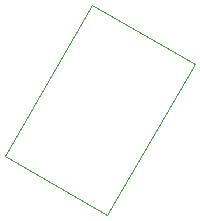
<source format=gbr>
G04 #@! TF.GenerationSoftware,KiCad,Pcbnew,8.0.4*
G04 #@! TF.CreationDate,2024-09-10T03:21:52+03:00*
G04 #@! TF.ProjectId,silakka54,73696c61-6b6b-4613-9534-2e6b69636164,rev?*
G04 #@! TF.SameCoordinates,Original*
G04 #@! TF.FileFunction,Other,User*
%FSLAX46Y46*%
G04 Gerber Fmt 4.6, Leading zero omitted, Abs format (unit mm)*
G04 Created by KiCad (PCBNEW 8.0.4) date 2024-09-10 03:21:52*
%MOMM*%
%LPD*%
G01*
G04 APERTURE LIST*
%ADD10C,0.050000*%
G04 APERTURE END LIST*
D10*
G04 #@! TO.C,J2*
X145647372Y-104092046D02*
X153047374Y-91274869D01*
X145647372Y-104092046D02*
X154307626Y-109092043D01*
X153047374Y-91274869D02*
X161707627Y-96274871D01*
X154307626Y-109092043D02*
X161707627Y-96274871D01*
G04 #@! TD*
M02*

</source>
